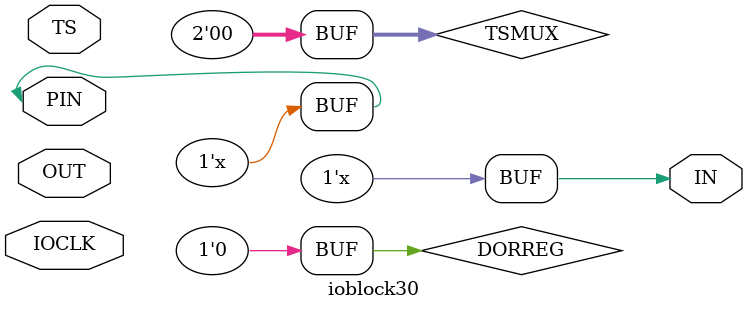
<source format=v>
module ioblock30(
	       inout  PIN,
	       input  TS,
	       input  OUT,
	       output IN,
	       input IOCLK
	       );
   
   reg 		     D;
   reg [2-1:0] 	     TSMUX;
   reg 		     DORREG;

   assign PIN = ( TSMUX == 2'b00 ) ? 1'bz : (( TSMUX == 2'b01 && TS == 1'b1 ) ? OUT : (( TSMUX == 2'b01 && TS == 1'b0 ) ? 1'bz : OUT));
   assign IN  = ( DORREG == 1'b0 ) ? PIN  : D;
   
   initial
     begin
	D=1'b0;
	TSMUX=2'b00;
	DORREG=1'b0;
     end
   
   always @(posedge IOCLK) D=PIN;
   
endmodule       

</source>
